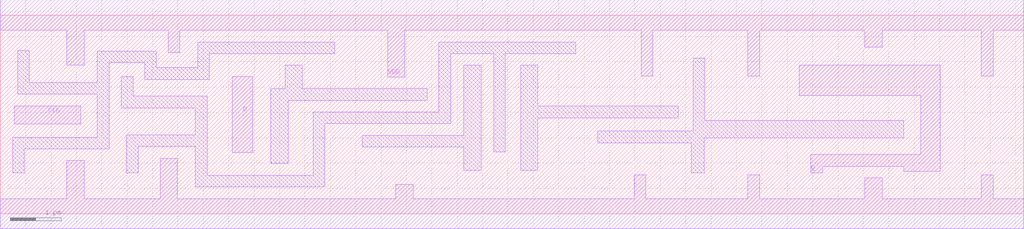
<source format=lef>
# Copyright 2022 GlobalFoundries PDK Authors
#
# Licensed under the Apache License, Version 2.0 (the "License");
# you may not use this file except in compliance with the License.
# You may obtain a copy of the License at
#
#      http://www.apache.org/licenses/LICENSE-2.0
#
# Unless required by applicable law or agreed to in writing, software
# distributed under the License is distributed on an "AS IS" BASIS,
# WITHOUT WARRANTIES OR CONDITIONS OF ANY KIND, either express or implied.
# See the License for the specific language governing permissions and
# limitations under the License.

MACRO gf180mcu_fd_sc_mcu7t5v0__dffq_4
  CLASS core ;
  FOREIGN gf180mcu_fd_sc_mcu7t5v0__dffq_4 0.0 0.0 ;
  ORIGIN 0 0 ;
  SYMMETRY X Y ;
  SITE GF018hv5v_mcu_sc7 ;
  SIZE 20.16 BY 3.92 ;
  PIN D
    DIRECTION INPUT ;
    ANTENNAGATEAREA 0.396 ;
    PORT
      LAYER METAL1 ;
        POLYGON 4.57 1.21 4.975 1.21 4.975 2.71 4.57 2.71  ;
    END
  END D
  PIN CLK
    DIRECTION INPUT ;
    USE clock ;
    ANTENNAGATEAREA 0.6755 ;
    PORT
      LAYER METAL1 ;
        POLYGON 0.28 1.77 1.59 1.77 1.59 2.13 0.28 2.13  ;
    END
  END CLK
  PIN Q
    DIRECTION OUTPUT ;
    ANTENNADIFFAREA 2.6044 ;
    PORT
      LAYER METAL1 ;
        POLYGON 15.735 2.33 17.795 2.33 18.13 2.33 18.13 1.17 15.965 1.17 15.965 0.805 16.195 0.805 16.195 0.94 17.795 0.94 17.795 0.835 18.51 0.835 18.51 2.93 17.795 2.93 15.735 2.93  ;
    END
  END Q
  PIN VDD
    DIRECTION INOUT ;
    USE power ;
    SHAPE ABUTMENT ;
    PORT
      LAYER METAL1 ;
        POLYGON 0 3.62 1.31 3.62 1.31 2.93 1.65 2.93 1.65 3.62 3.305 3.62 3.305 3.185 3.535 3.185 3.535 3.62 6.59 3.62 7.63 3.62 7.63 2.7 7.97 2.7 7.97 3.62 8.41 3.62 11.33 3.62 12.625 3.62 12.625 2.72 12.855 2.72 12.855 3.62 13.35 3.62 14.725 3.62 14.725 2.72 14.955 2.72 14.955 3.62 17.03 3.62 17.03 3.285 17.37 3.285 17.37 3.62 17.795 3.62 19.325 3.62 19.325 2.72 19.555 2.72 19.555 3.62 20.16 3.62 20.16 4.22 17.795 4.22 13.35 4.22 11.33 4.22 8.41 4.22 6.59 4.22 0 4.22  ;
    END
  END VDD
  PIN VSS
    DIRECTION INOUT ;
    USE ground ;
    SHAPE ABUTMENT ;
    PORT
      LAYER METAL1 ;
        POLYGON 0 -0.3 20.16 -0.3 20.16 0.3 19.555 0.3 19.555 0.765 19.325 0.765 19.325 0.3 17.37 0.3 17.37 0.71 17.03 0.71 17.03 0.3 14.955 0.3 14.955 0.765 14.725 0.765 14.725 0.3 12.715 0.3 12.715 0.765 12.485 0.765 12.485 0.3 8.13 0.3 8.13 0.585 7.79 0.585 7.79 0.3 3.49 0.3 3.49 1.09 3.15 1.09 3.15 0.3 1.65 0.3 1.65 1.05 1.31 1.05 1.31 0.3 0 0.3  ;
    END
  END VSS
  OBS
      LAYER METAL1 ;
        POLYGON 0.345 2.36 1.915 2.36 1.915 1.51 0.245 1.51 0.245 0.81 0.475 0.81 0.475 1.28 2.145 1.28 2.145 2.98 2.845 2.98 2.845 2.65 4.12 2.65 4.12 3.16 6.59 3.16 6.59 3.39 3.89 3.39 3.89 2.885 3.075 2.885 3.075 3.215 1.915 3.215 1.915 2.59 0.575 2.59 0.575 3.225 0.345 3.225  ;
        POLYGON 5.325 0.99 5.67 0.99 5.67 2.24 8.41 2.24 8.41 2.47 5.95 2.47 5.95 2.93 5.61 2.93 5.61 2.47 5.325 2.47  ;
        POLYGON 7.13 1.32 9.13 1.32 9.13 0.86 9.47 0.86 9.47 2.93 9.125 2.93 9.125 1.55 7.13 1.55  ;
        POLYGON 2.385 2.09 3.845 2.09 3.845 1.555 2.485 1.555 2.485 0.81 2.715 0.81 2.715 1.325 3.845 1.325 3.845 0.53 6.395 0.53 6.395 1.78 8.87 1.78 8.87 3.16 9.72 3.16 9.72 1.225 9.95 1.225 9.95 3.16 11.33 3.16 11.33 3.39 8.64 3.39 8.64 2.01 6.165 2.01 6.165 0.76 4.075 0.76 4.075 2.325 2.615 2.325 2.615 2.71 2.385 2.71  ;
        POLYGON 10.25 0.86 10.59 0.86 10.59 1.895 13.35 1.895 13.35 2.13 10.59 2.13 10.59 2.93 10.25 2.93  ;
        POLYGON 11.77 1.4 13.605 1.4 13.605 0.805 13.87 0.805 13.87 1.5 17.795 1.5 17.795 1.84 13.875 1.84 13.875 3.07 13.645 3.07 13.645 1.63 11.77 1.63  ;
  END
END gf180mcu_fd_sc_mcu7t5v0__dffq_4

</source>
